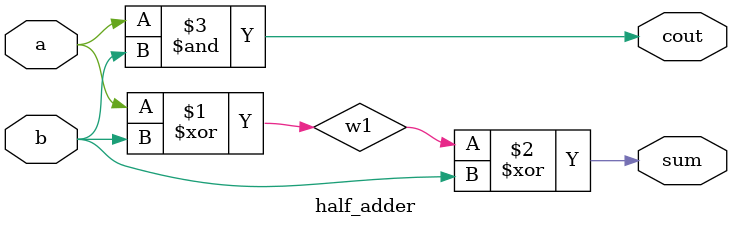
<source format=v>
module half_adder( 
input a, b,
output cout, sum );

wire w1, w2;

// The first XOR gate computes the sum.
xor( w1, a, b );

// The second XOR gate computes the carry-out.
xor( sum, w1, b );

// The AND gate computes the carry-out.
and( cout, a, b );

endmodule

</source>
